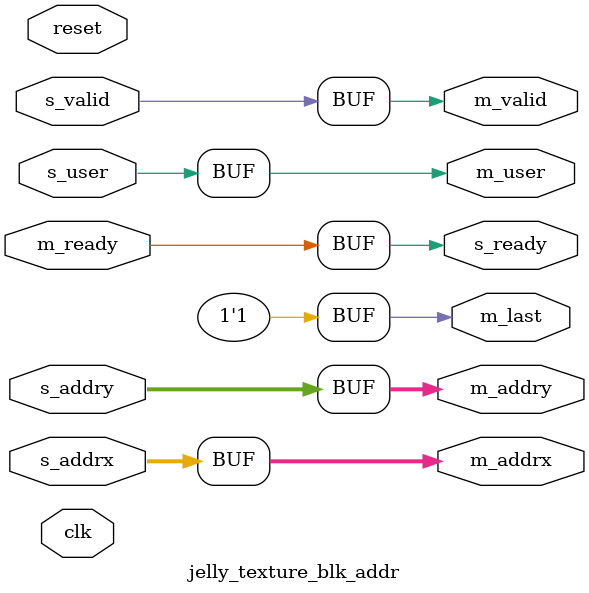
<source format=v>
module jelly_texture_blk_addr(	// file.cleaned.mlir:2:3
  input         reset,	// file.cleaned.mlir:2:40
                clk,	// file.cleaned.mlir:2:56
                s_user,	// file.cleaned.mlir:2:70
  input  [11:0] s_addrx,	// file.cleaned.mlir:2:87
                s_addry,	// file.cleaned.mlir:2:106
  input         s_valid,	// file.cleaned.mlir:2:125
                m_ready,	// file.cleaned.mlir:2:143
  output        s_ready,	// file.cleaned.mlir:2:162
                m_user,	// file.cleaned.mlir:2:180
                m_last,	// file.cleaned.mlir:2:197
  output [11:0] m_addrx,	// file.cleaned.mlir:2:214
                m_addry,	// file.cleaned.mlir:2:233
  output        m_valid	// file.cleaned.mlir:2:252
);

  assign s_ready = m_ready;	// file.cleaned.mlir:4:5
  assign m_user = s_user;	// file.cleaned.mlir:4:5
  assign m_last = 1'h1;	// file.cleaned.mlir:3:13, :4:5
  assign m_addrx = s_addrx;	// file.cleaned.mlir:4:5
  assign m_addry = s_addry;	// file.cleaned.mlir:4:5
  assign m_valid = s_valid;	// file.cleaned.mlir:4:5
endmodule


</source>
